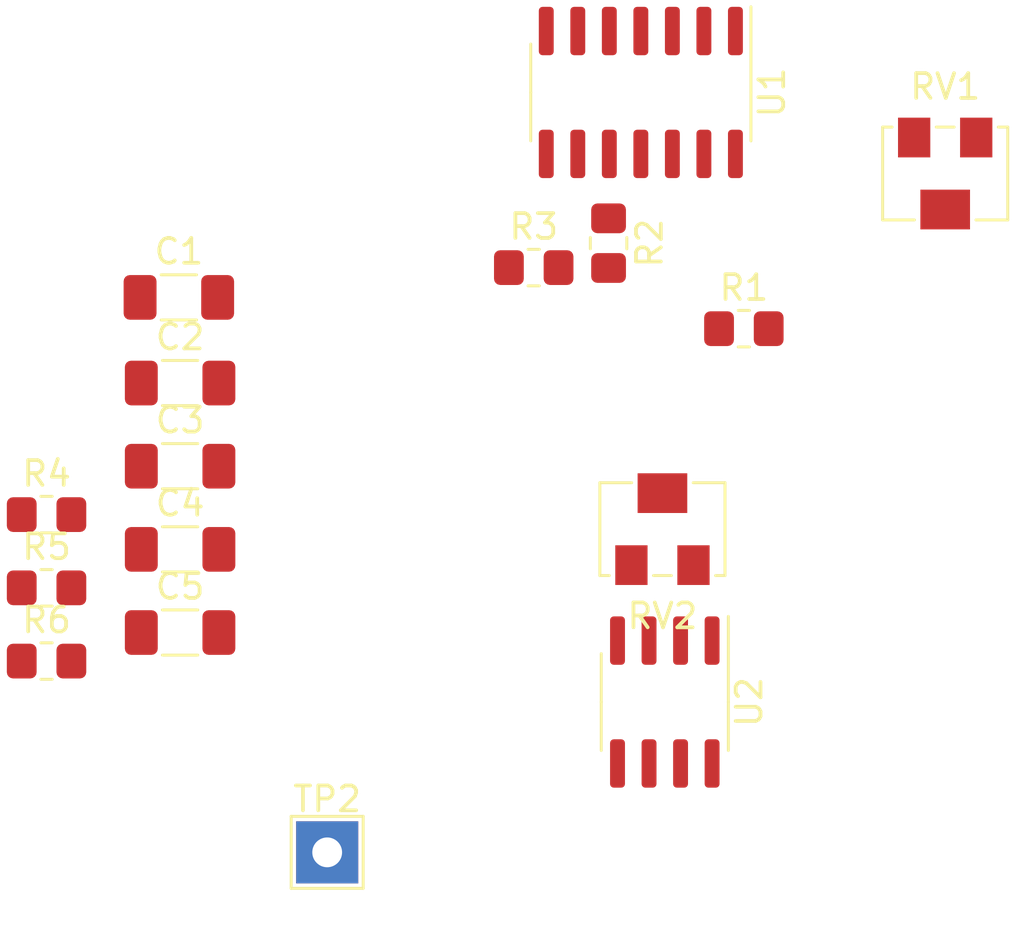
<source format=kicad_pcb>
(kicad_pcb (version 20221018) (generator pcbnew)
  (layers (0 "F.Cu" signal) (31 "B.Cu" signal) (34 "B.Paste" user) (35 "F.Paste" user) (36 "B.SilkS" user "B.Silkscreen") (37 "F.SilkS" user "F.Silkscreen") (38 "B.Mask" user) (39 "F.Mask" user) (44 "Edge.Cuts" user))
  (net 0 "")
  (net 1 "Net-(U2-LATCH)")
  (net 2 "Net-(U2-Q)")
  (net 3 "+15V")
  (net 4 "GND")
  (net 5 "-15V")
  (net 6 "+9V")
  (net 7 "VDD")
  (net 8 "Net-(U1-S2)")
  (net 9 "Net-(U2-~{Q})")
  (net 10 "Net-(U1-OUT)")
  (net 11 "Net-(U2-+)")
  (net 12 "GNDD")
  (net 13 "/CH-OUT")
  (net 14 "/CH-IN")
  (net 18 "+5V")
  (footprint "Resistor_SMD:R_0805_2012Metric_Pad1.20x1.40mm_HandSolder" (layer "F.Cu") (at 71.33 55.585)
    (fp_text reference "R6" (at 0 -1.65) (layer "F.SilkS"))
    (fp_text value "1k")
    (fp_line (start -0.227064 -0.735) (end 0.227064 -0.735) (stroke (width 0.12)) (layer "F.SilkS"))
    (fp_line (start -0.227064 0.735) (end 0.227064 0.735) (stroke (width 0.12)) (layer "F.SilkS"))
    (pad "1" smd roundrect (at -1 0) (size 1.2 1.4) (layers "F.Cu" "F.Paste" "F.Mask") (roundrect_rratio 0.208333) (net 7 "VDD"))
    (pad "2" smd roundrect (at 1 0) (size 1.2 1.4) (layers "F.Cu" "F.Paste" "F.Mask") (roundrect_rratio 0.208333) (net 6 "+9V"))
  )
  (footprint "Package_SO:SOIC-14_3.9x8.7mm_P1.27mm" (layer "F.Cu") (at 95.27 32.68 -90)
    (fp_text reference "U1" (at 0 -5.28 90) (layer "F.SilkS"))
    (fp_text value "IVC102")
    (fp_line (start 0 -4.435) (end -3.45 -4.435) (stroke (width 0.12)) (layer "F.SilkS"))
    (fp_line (start 0 -4.435) (end 1.95 -4.435) (stroke (width 0.12)) (layer "F.SilkS"))
    (fp_line (start 0 4.435) (end -1.95 4.435) (stroke (width 0.12)) (layer "F.SilkS"))
    (fp_line (start 0 4.435) (end 1.95 4.435) (stroke (width 0.12)) (layer "F.SilkS"))
    (pad "1" smd roundrect (at -2.475 -3.81 270) (size 1.95 0.6) (layers "F.Cu" "F.Paste" "F.Mask") (net 4 "GND"))
    (pad "2" smd roundrect (at -2.475 -2.54 270) (size 1.95 0.6) (layers "F.Cu" "F.Paste" "F.Mask") (net 4 "GND"))
    (pad "3" smd roundrect (at -2.475 -1.27 270) (size 1.95 0.6) (layers "F.Cu" "F.Paste" "F.Mask") (net 14 "/CH-IN"))
    (pad "4" smd roundrect (at -2.475 0 270) (size 1.95 0.6) (layers "F.Cu" "F.Paste" "F.Mask"))
    (pad "5" smd roundrect (at -2.475 1.27 270) (size 1.95 0.6) (layers "F.Cu" "F.Paste" "F.Mask"))
    (pad "6" smd roundrect (at -2.475 2.54 270) (size 1.95 0.6) (layers "F.Cu" "F.Paste" "F.Mask"))
    (pad "7" smd roundrect (at -2.475 3.81 270) (size 1.95 0.6) (layers "F.Cu" "F.Paste" "F.Mask") (net 4 "GND"))
    (pad "8" smd roundrect (at 2.475 3.81 270) (size 1.95 0.6) (layers "F.Cu" "F.Paste" "F.Mask") (net 4 "GND"))
    (pad "9" smd roundrect (at 2.475 2.54 270) (size 1.95 0.6) (layers "F.Cu" "F.Paste" "F.Mask") (net 5 "-15V"))
    (pad "10" smd roundrect (at 2.475 1.27 270) (size 1.95 0.6) (layers "F.Cu" "F.Paste" "F.Mask") (net 10 "Net-(U1-OUT)"))
    (pad "11" smd roundrect (at 2.475 0 270) (size 1.95 0.6) (layers "F.Cu" "F.Paste" "F.Mask") (net 18 "+5V"))
    (pad "12" smd roundrect (at 2.475 -1.27 270) (size 1.95 0.6) (layers "F.Cu" "F.Paste" "F.Mask") (net 8 "Net-(U1-S2)"))
    (pad "13" smd roundrect (at 2.475 -2.54 270) (size 1.95 0.6) (layers "F.Cu" "F.Paste" "F.Mask") (net 12 "GNDD"))
    (pad "14" smd roundrect (at 2.475 -3.81 270) (size 1.95 0.6) (layers "F.Cu" "F.Paste" "F.Mask") (net 3 "+15V"))
  )
  (footprint "Resistor_SMD:R_0805_2012Metric_Pad1.20x1.40mm_HandSolder" (layer "F.Cu") (at 71.33 49.685)
    (fp_text reference "R4" (at 0 -1.65) (layer "F.SilkS"))
    (fp_text value "2.2k")
    (fp_line (start -0.227064 -0.735) (end 0.227064 -0.735) (stroke (width 0.12)) (layer "F.SilkS"))
    (fp_line (start -0.227064 0.735) (end 0.227064 0.735) (stroke (width 0.12)) (layer "F.SilkS"))
    (pad "1" smd roundrect (at -1 0) (size 1.2 1.4) (layers "F.Cu" "F.Paste" "F.Mask") (roundrect_rratio 0.208333) (net 1 "Net-(U2-LATCH)"))
    (pad "2" smd roundrect (at 1 0) (size 1.2 1.4) (layers "F.Cu" "F.Paste" "F.Mask") (roundrect_rratio 0.208333) (net 12 "GNDD"))
  )
  (footprint "TestPoint:TestPoint_THTPad_2.5x2.5mm_Drill1.2mm" (layer "F.Cu") (at 82.635 63.29)
    (fp_text reference "TP2" (at 0 -2.148) (layer "F.SilkS"))
    (fp_text value "TestPoint_Alt")
    (fp_line (start -1.45 -1.45) (end 1.45 -1.45) (stroke (width 0.12)) (layer "F.SilkS"))
    (fp_line (start -1.45 1.45) (end -1.45 -1.45) (stroke (width 0.12)) (layer "F.SilkS"))
    (fp_line (start 1.45 -1.45) (end 1.45 1.45) (stroke (width 0.12)) (layer "F.SilkS"))
    (fp_line (start 1.45 1.45) (end -1.45 1.45) (stroke (width 0.12)) (layer "F.SilkS"))
    (pad "1" thru_hole rect (at 0 0) (size 2.5 2.5) (drill 1.2) (layers "*.Cu" "*.Mask") (net 7 "VDD"))
  )
  (footprint "Capacitor_SMD:C_1206_3216Metric_Pad1.33x1.80mm_HandSolder" (layer "F.Cu") (at 76.66 40.935)
    (fp_text reference "C1" (at 0 -1.85) (layer "F.SilkS"))
    (fp_text value "10n")
    (fp_line (start -0.711252 -0.91) (end 0.711252 -0.91) (stroke (width 0.12)) (layer "F.SilkS"))
    (fp_line (start -0.711252 0.91) (end 0.711252 0.91) (stroke (width 0.12)) (layer "F.SilkS"))
    (pad "1" smd roundrect (at -1.5625 0) (size 1.325 1.8) (layers "F.Cu" "F.Paste" "F.Mask") (roundrect_rratio 0.188679) (net 1 "Net-(U2-LATCH)"))
    (pad "2" smd roundrect (at 1.5625 0) (size 1.325 1.8) (layers "F.Cu" "F.Paste" "F.Mask") (roundrect_rratio 0.188679) (net 2 "Net-(U2-Q)"))
  )
  (footprint "Capacitor_SMD:C_1206_3216Metric_Pad1.33x1.80mm_HandSolder" (layer "F.Cu") (at 76.71 54.435)
    (fp_text reference "C5" (at 0 -1.85) (layer "F.SilkS"))
    (fp_text value "0.1u")
    (fp_line (start -0.711252 -0.91) (end 0.711252 -0.91) (stroke (width 0.12)) (layer "F.SilkS"))
    (fp_line (start -0.711252 0.91) (end 0.711252 0.91) (stroke (width 0.12)) (layer "F.SilkS"))
    (pad "1" smd roundrect (at -1.5625 0) (size 1.325 1.8) (layers "F.Cu" "F.Paste" "F.Mask") (roundrect_rratio 0.188679) (net 7 "VDD"))
    (pad "2" smd roundrect (at 1.5625 0) (size 1.325 1.8) (layers "F.Cu" "F.Paste" "F.Mask") (roundrect_rratio 0.188679) (net 4 "GND"))
  )
  (footprint "Resistor_SMD:R_0805_2012Metric_Pad1.20x1.40mm_HandSolder" (layer "F.Cu") (at 71.33 52.635)
    (fp_text reference "R5" (at 0 -1.65) (layer "F.SilkS"))
    (fp_text value "50")
    (fp_line (start -0.227064 -0.735) (end 0.227064 -0.735) (stroke (width 0.12)) (layer "F.SilkS"))
    (fp_line (start -0.227064 0.735) (end 0.227064 0.735) (stroke (width 0.12)) (layer "F.SilkS"))
    (pad "1" smd roundrect (at -1 0) (size 1.2 1.4) (layers "F.Cu" "F.Paste" "F.Mask") (roundrect_rratio 0.208333) (net 2 "Net-(U2-Q)"))
    (pad "2" smd roundrect (at 1 0) (size 1.2 1.4) (layers "F.Cu" "F.Paste" "F.Mask") (roundrect_rratio 0.208333) (net 13 "/CH-OUT"))
  )
  (footprint "Resistor_SMD:R_0805_2012Metric_Pad1.20x1.40mm_HandSolder" (layer "F.Cu") (at 90.955 39.735)
    (fp_text reference "R3" (at 0 -1.65) (layer "F.SilkS"))
    (fp_text value "1k")
    (fp_line (start -0.227064 -0.735) (end 0.227064 -0.735) (stroke (width 0.12)) (layer "F.SilkS"))
    (fp_line (start -0.227064 0.735) (end 0.227064 0.735) (stroke (width 0.12)) (layer "F.SilkS"))
    (pad "1" smd roundrect (at -1 0) (size 1.2 1.4) (layers "F.Cu" "F.Paste" "F.Mask") (roundrect_rratio 0.208333) (net 4 "GND"))
    (pad "2" smd roundrect (at 1 0) (size 1.2 1.4) (layers "F.Cu" "F.Paste" "F.Mask") (roundrect_rratio 0.208333) (net 11 "Net-(U2-+)"))
  )
  (footprint "Package_SO:SOIC-8_3.9x4.9mm_P1.27mm" (layer "F.Cu") (at 96.235 57.235 -90)
    (fp_text reference "U2" (at 0 -3.4 90) (layer "F.SilkS"))
    (fp_text value "AD8561")
    (fp_line (start 0 -2.56) (end -3.45 -2.56) (stroke (width 0.12)) (layer "F.SilkS"))
    (fp_line (start 0 -2.56) (end 1.95 -2.56) (stroke (width 0.12)) (layer "F.SilkS"))
    (fp_line (start 0 2.56) (end -1.95 2.56) (stroke (width 0.12)) (layer "F.SilkS"))
    (fp_line (start 0 2.56) (end 1.95 2.56) (stroke (width 0.12)) (layer "F.SilkS"))
    (pad "1" smd roundrect (at -2.475 -1.905 270) (size 1.95 0.6) (layers "F.Cu" "F.Paste" "F.Mask") (net 6 "+9V"))
    (pad "2" smd roundrect (at -2.475 -0.635 270) (size 1.95 0.6) (layers "F.Cu" "F.Paste" "F.Mask") (net 11 "Net-(U2-+)"))
    (pad "3" smd roundrect (at -2.475 0.635 270) (size 1.95 0.6) (layers "F.Cu" "F.Paste" "F.Mask") (net 7 "VDD"))
    (pad "4" smd roundrect (at -2.475 1.905 270) (size 1.95 0.6) (layers "F.Cu" "F.Paste" "F.Mask") (net 4 "GND"))
    (pad "5" smd roundrect (at 2.475 1.905 270) (size 1.95 0.6) (layers "F.Cu" "F.Paste" "F.Mask") (net 1 "Net-(U2-LATCH)"))
    (pad "6" smd roundrect (at 2.475 0.635 270) (size 1.95 0.6) (layers "F.Cu" "F.Paste" "F.Mask") (net 12 "GNDD"))
    (pad "7" smd roundrect (at 2.475 -0.635 270) (size 1.95 0.6) (layers "F.Cu" "F.Paste" "F.Mask") (net 2 "Net-(U2-Q)"))
    (pad "8" smd roundrect (at 2.475 -1.905 270) (size 1.95 0.6) (layers "F.Cu" "F.Paste" "F.Mask") (net 9 "Net-(U2-~{Q})"))
  )
  (footprint "Capacitor_SMD:C_1206_3216Metric_Pad1.33x1.80mm_HandSolder" (layer "F.Cu") (at 76.71 51.085)
    (fp_text reference "C4" (at 0 -1.85) (layer "F.SilkS"))
    (fp_text value "0.1u")
    (fp_line (start -0.711252 -0.91) (end 0.711252 -0.91) (stroke (width 0.12)) (layer "F.SilkS"))
    (fp_line (start -0.711252 0.91) (end 0.711252 0.91) (stroke (width 0.12)) (layer "F.SilkS"))
    (pad "1" smd roundrect (at -1.5625 0) (size 1.325 1.8) (layers "F.Cu" "F.Paste" "F.Mask") (roundrect_rratio 0.188679) (net 6 "+9V"))
    (pad "2" smd roundrect (at 1.5625 0) (size 1.325 1.8) (layers "F.Cu" "F.Paste" "F.Mask") (roundrect_rratio 0.188679) (net 4 "GND"))
  )
  (footprint "Capacitor_SMD:C_1206_3216Metric_Pad1.33x1.80mm_HandSolder" (layer "F.Cu") (at 76.71 44.385)
    (fp_text reference "C2" (at 0 -1.85) (layer "F.SilkS"))
    (fp_text value "0.1u")
    (fp_line (start -0.711252 -0.91) (end 0.711252 -0.91) (stroke (width 0.12)) (layer "F.SilkS"))
    (fp_line (start -0.711252 0.91) (end 0.711252 0.91) (stroke (width 0.12)) (layer "F.SilkS"))
    (pad "1" smd roundrect (at -1.5625 0) (size 1.325 1.8) (layers "F.Cu" "F.Paste" "F.Mask") (roundrect_rratio 0.188679) (net 3 "+15V"))
    (pad "2" smd roundrect (at 1.5625 0) (size 1.325 1.8) (layers "F.Cu" "F.Paste" "F.Mask") (roundrect_rratio 0.188679) (net 4 "GND"))
  )
  (footprint "Resistor_SMD:R_0805_2012Metric_Pad1.20x1.40mm_HandSolder" (layer "F.Cu") (at 93.97 38.75 -90)
    (fp_text reference "R2" (at 0 -1.65 90) (layer "F.SilkS"))
    (fp_text value "3k")
    (fp_line (start -0.227064 -0.735) (end 0.227064 -0.735) (stroke (width 0.12)) (layer "F.SilkS"))
    (fp_line (start -0.227064 0.735) (end 0.227064 0.735) (stroke (width 0.12)) (layer "F.SilkS"))
    (pad "1" smd roundrect (at -1 0 270) (size 1.2 1.4) (layers "F.Cu" "F.Paste" "F.Mask") (roundrect_rratio 0.208333) (net 10 "Net-(U1-OUT)"))
    (pad "2" smd roundrect (at 1 0 270) (size 1.2 1.4) (layers "F.Cu" "F.Paste" "F.Mask") (roundrect_rratio 0.208333) (net 11 "Net-(U2-+)"))
  )
  (footprint "Potentiometer_SMD:Potentiometer_Bourns_3214W_Vertical" (layer "F.Cu") (at 107.53 35.945)
    (fp_text reference "RV1" (at 0 -3.5) (layer "F.SilkS"))
    (fp_text value "0->10k")
    (fp_line (start -2.52 -1.87) (end -2.52 1.87) (stroke (width 0.12)) (layer "F.SilkS"))
    (fp_line (start -2.52 -1.87) (end -2.14 -1.87) (stroke (width 0.12)) (layer "F.SilkS"))
    (fp_line (start -2.52 1.87) (end -1.24 1.87) (stroke (width 0.12)) (layer "F.SilkS"))
    (fp_line (start -0.36 -1.87) (end 0.36 -1.87) (stroke (width 0.12)) (layer "F.SilkS"))
    (fp_line (start 1.24 1.87) (end 2.52 1.87) (stroke (width 0.12)) (layer "F.SilkS"))
    (fp_line (start 2.14 -1.87) (end 2.52 -1.87) (stroke (width 0.12)) (layer "F.SilkS"))
    (fp_line (start 2.52 -1.87) (end 2.52 1.87) (stroke (width 0.12)) (layer "F.SilkS"))
    (pad "1" smd rect (at 1.25 -1.45) (size 1.3 1.6) (layers "F.Cu" "F.Paste" "F.Mask") (net 12 "GNDD"))
    (pad "2" smd rect (at 0 1.45) (size 2 1.6) (layers "F.Cu" "F.Paste" "F.Mask") (net 12 "GNDD"))
    (pad "3" smd rect (at -1.25 -1.45) (size 1.3 1.6) (layers "F.Cu" "F.Paste" "F.Mask") (net 1 "Net-(U2-LATCH)"))
  )
  (footprint "Resistor_SMD:R_0805_2012Metric_Pad1.20x1.40mm_HandSolder" (layer "F.Cu") (at 99.42 42.195)
    (fp_text reference "R1" (at 0 -1.65) (layer "F.SilkS"))
    (fp_text value "50")
    (fp_line (start -0.227064 -0.735) (end 0.227064 -0.735) (stroke (width 0.12)) (layer "F.SilkS"))
    (fp_line (start -0.227064 0.735) (end 0.227064 0.735) (stroke (width 0.12)) (layer "F.SilkS"))
    (pad "1" smd roundrect (at -1 0) (size 1.2 1.4) (layers "F.Cu" "F.Paste" "F.Mask") (roundrect_rratio 0.208333) (net 8 "Net-(U1-S2)"))
    (pad "2" smd roundrect (at 1 0) (size 1.2 1.4) (layers "F.Cu" "F.Paste" "F.Mask") (roundrect_rratio 0.208333) (net 9 "Net-(U2-~{Q})"))
  )
  (footprint "Capacitor_SMD:C_1206_3216Metric_Pad1.33x1.80mm_HandSolder" (layer "F.Cu") (at 76.71 47.735)
    (fp_text reference "C3" (at 0 -1.85) (layer "F.SilkS"))
    (fp_text value "0.1u")
    (fp_line (start -0.711252 -0.91) (end 0.711252 -0.91) (stroke (width 0.12)) (layer "F.SilkS"))
    (fp_line (start -0.711252 0.91) (end 0.711252 0.91) (stroke (width 0.12)) (layer "F.SilkS"))
    (pad "1" smd roundrect (at -1.5625 0) (size 1.325 1.8) (layers "F.Cu" "F.Paste" "F.Mask") (roundrect_rratio 0.188679) (net 5 "-15V"))
    (pad "2" smd roundrect (at 1.5625 0) (size 1.325 1.8) (layers "F.Cu" "F.Paste" "F.Mask") (roundrect_rratio 0.188679) (net 4 "GND"))
  )
  (footprint "Potentiometer_SMD:Potentiometer_Bourns_3214W_Vertical" (layer "F.Cu") (at 96.14 50.27 180)
    (fp_text reference "RV2" (at 0 -3.5) (layer "F.SilkS"))
    (fp_text value "0->10k")
    (fp_line (start -2.52 -1.87) (end -2.52 1.87) (stroke (width 0.12)) (layer "F.SilkS"))
    (fp_line (start -2.52 -1.87) (end -2.14 -1.87) (stroke (width 0.12)) (layer "F.SilkS"))
    (fp_line (start -2.52 1.87) (end -1.24 1.87) (stroke (width 0.12)) (layer "F.SilkS"))
    (fp_line (start -0.36 -1.87) (end 0.36 -1.87) (stroke (width 0.12)) (layer "F.SilkS"))
    (fp_line (start 1.24 1.87) (end 2.52 1.87) (stroke (width 0.12)) (layer "F.SilkS"))
    (fp_line (start 2.14 -1.87) (end 2.52 -1.87) (stroke (width 0.12)) (layer "F.SilkS"))
    (fp_line (start 2.52 -1.87) (end 2.52 1.87) (stroke (width 0.12)) (layer "F.SilkS"))
    (pad "1" smd rect (at 1.25 -1.45 180) (size 1.3 1.6) (layers "F.Cu" "F.Paste" "F.Mask") (net 4 "GND"))
    (pad "2" smd rect (at 0 1.45 180) (size 2 1.6) (layers "F.Cu" "F.Paste" "F.Mask") (net 4 "GND"))
    (pad "3" smd rect (at -1.25 -1.45 180) (size 1.3 1.6) (layers "F.Cu" "F.Paste" "F.Mask") (net 7 "VDD"))
  )
)
</source>
